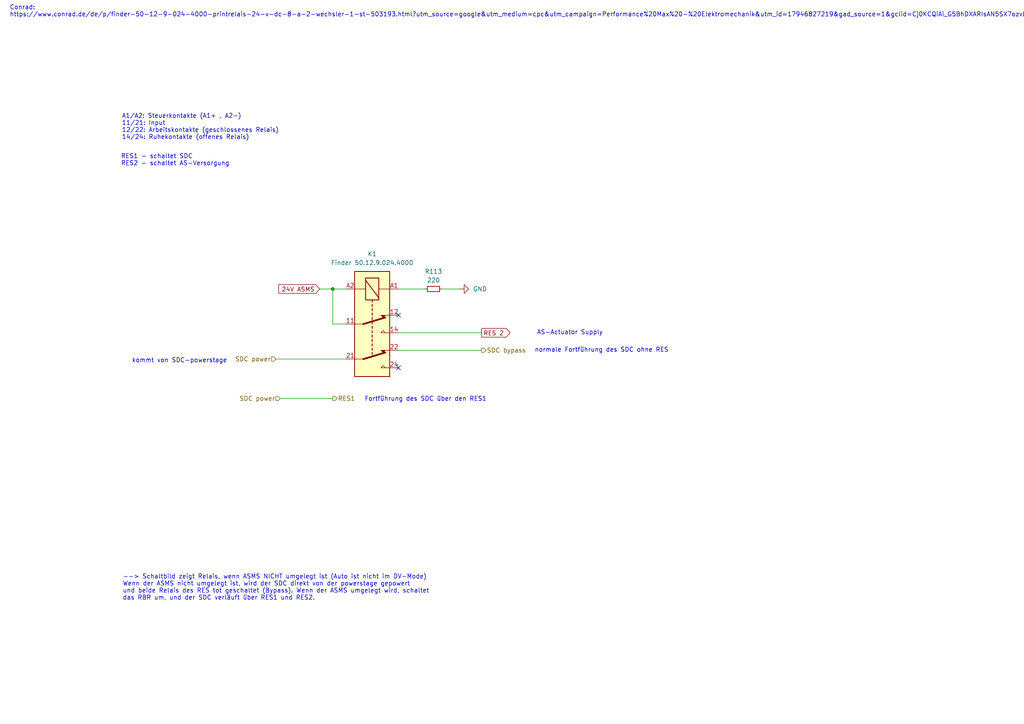
<source format=kicad_sch>
(kicad_sch (version 20231120) (generator "eeschema") (generator_version "8.0")
  (paper "A4")
  (title_block (title "PDU FT25") (date "2024-11-23") (rev "V1.1") (company "Janek Herm") (comment 1 "FaSTTUBe Electronics"))
  (lib_symbols
    (symbol "Device:R_Small" (pin_numbers hide) (pin_names (offset 0.254) hide)
      (property "Reference" "R" (at 0.762 0.508 0))
      (property "Value" "R_Small" (at 0.762 -1.016 0))
      (symbol "R_Small_0_1"
        (rectangle (start -0.762 1.778) (end 0.762 -1.778) (stroke (width 0.2032)))
      )
      (symbol "R_Small_1_1"
        (pin passive line (at 0 2.54 270) (length 0.762) (name "~") (number "1"))
        (pin passive line (at 0 -2.54 90) (length 0.762) (name "~") (number "2"))
      )
    )
    (symbol "Relay:Relay_DPDT"
      (property "Reference" "K" (at 16.51 3.81 0))
      (property "Value" "Relay_DPDT" (at 16.51 1.27 0))
      (symbol "Relay_DPDT_0_1"
        (rectangle (start -15.24 5.08) (end 15.24 -5.08) (stroke (width 0.254)) (fill (type background)))
        (rectangle (start -13.335 1.905) (end -6.985 -1.905) (stroke (width 0.254)))
        (polyline (pts (xy -12.7 -1.905) (xy -7.62 1.905)) (stroke (width 0.254)))
        (polyline (pts (xy -10.16 -5.08) (xy -10.16 -1.905)))
        (polyline (pts (xy -10.16 5.08) (xy -10.16 1.905)))
        (polyline (pts (xy -6.985 0) (xy -6.35 0)) (stroke (width 0.254)))
        (polyline (pts (xy -5.715 0) (xy -5.08 0)) (stroke (width 0.254)))
        (polyline (pts (xy -4.445 0) (xy -3.81 0)) (stroke (width 0.254)))
        (polyline (pts (xy -3.175 0) (xy -2.54 0)) (stroke (width 0.254)))
        (polyline (pts (xy -1.905 0) (xy -1.27 0)) (stroke (width 0.254)))
        (polyline (pts (xy -0.635 0) (xy 0 0)) (stroke (width 0.254)))
        (polyline (pts (xy 0 -2.54) (xy -1.905 3.81)) (stroke (width 0.508)))
        (polyline (pts (xy 0 -2.54) (xy 0 -5.08)))
        (polyline (pts (xy 0.635 0) (xy 1.27 0)) (stroke (width 0.254)))
        (polyline (pts (xy 1.905 0) (xy 2.54 0)) (stroke (width 0.254)))
        (polyline (pts (xy 3.175 0) (xy 3.81 0)) (stroke (width 0.254)))
        (polyline (pts (xy 4.445 0) (xy 5.08 0)) (stroke (width 0.254)))
        (polyline (pts (xy 5.715 0) (xy 6.35 0)) (stroke (width 0.254)))
        (polyline (pts (xy 6.985 0) (xy 7.62 0)) (stroke (width 0.254)))
        (polyline (pts (xy 8.255 0) (xy 8.89 0)) (stroke (width 0.254)))
        (polyline (pts (xy 10.16 -2.54) (xy 8.255 3.81)) (stroke (width 0.508)))
        (polyline (pts (xy 10.16 -2.54) (xy 10.16 -5.08)))
        (polyline (pts (xy -2.54 5.08) (xy -2.54 2.54) (xy -1.905 3.175) (xy -2.54 3.81)) (fill (type outline)))
        (polyline (pts (xy 2.54 5.08) (xy 2.54 2.54) (xy 1.905 3.175) (xy 2.54 3.81)))
        (polyline (pts (xy 7.62 5.08) (xy 7.62 2.54) (xy 8.255 3.175) (xy 7.62 3.81)) (fill (type outline)))
        (polyline (pts (xy 12.7 5.08) (xy 12.7 2.54) (xy 12.065 3.175) (xy 12.7 3.81)))
      )
      (symbol "Relay_DPDT_1_1"
        (pin passive line (at 0 -7.62 90) (length 2.54) (name "~") (number "11"))
        (pin passive line (at -2.54 7.62 270) (length 2.54) (name "~") (number "12"))
        (pin passive line (at 2.54 7.62 270) (length 2.54) (name "~") (number "14"))
        (pin passive line (at 10.16 -7.62 90) (length 2.54) (name "~") (number "21"))
        (pin passive line (at 7.62 7.62 270) (length 2.54) (name "~") (number "22"))
        (pin passive line (at 12.7 7.62 270) (length 2.54) (name "~") (number "24"))
        (pin passive line (at -10.16 7.62 270) (length 2.54) (name "~") (number "A1"))
        (pin passive line (at -10.16 -7.62 90) (length 2.54) (name "~") (number "A2"))
      )
    )
    (symbol "power:GND" (power) (pin_numbers hide) (pin_names (offset 0) hide)
      (property "Value" "GND" (at 0 -3.81 0))
      (symbol "GND_0_1"
        (polyline (pts (xy 0 0) (xy 0 -1.27) (xy 1.27 -1.27) (xy 0 -2.54) (xy -1.27 -1.27) (xy 0 -1.27)))
      )
      (symbol "GND_1_1"
        (pin power_in line (at 0 0 270) (length 0) (name "~") (number "1"))
      )
    )
  )
  (junction (at 96.52 83.82))
  (no_connect (at 115.57 91.44))
  (no_connect (at 115.57 106.68))
  (wire (pts (xy 128.27 83.82) (xy 133.35 83.82)))
  (wire (pts (xy 80.01 104.14) (xy 100.33 104.14)))
  (wire (pts (xy 115.57 101.6) (xy 139.7 101.6)))
  (wire (pts (xy 115.57 83.82) (xy 123.19 83.82)))
  (wire (pts (xy 115.57 96.52) (xy 139.7 96.52)))
  (wire (pts (xy 96.52 83.82) (xy 96.52 93.98)))
  (wire (pts (xy 96.52 83.82) (xy 92.71 83.82)))
  (wire (pts (xy 96.52 93.98) (xy 100.33 93.98)))
  (wire (pts (xy 100.33 83.82) (xy 96.52 83.82)))
  (wire (pts (xy 81.28 115.57) (xy 96.52 115.57)))
  (text "normale Fortführung des SDC ohne RES" (at 174.498 101.6 0) (effects (font (size 1.27 1.27) (thickness 0.1588))))
  (text "--> Schaltbild zeigt Relais, wenn ASMS NICHT umgelegt ist (Auto ist nicht im DV-Mode)\nWenn der ASMS nicht umgelegt ist, wird der SDC direkt von der powerstage gepowert\nund beide Relais des RES tot geschaltet (Bypass). Wenn der ASMS umgelegt wird, schaltet\ndas RBR um, und der SDC verläuft über RES1 und RES2." (at 35.56 170.434 0) (effects (font (size 1.27 1.27)) (justify left)))
  (text "Fortführung des SDC über den RES1" (at 123.444 115.824 0) (effects (font (size 1.27 1.27) (thickness 0.1588))))
  (text "RES1 - schaltet SDC\nRES2 - schaltet AS-Versorgung" (at 35.052 46.482 0) (effects (font (size 1.27 1.27)) (justify left)))
  (text "kommt von SDC-powerstage" (at 52.07 104.648 0) (effects (font (size 1.27 1.27))))
  (text "AS-Actuator Supply" (at 155.702 96.52 0) (effects (font (size 1.27 1.27)) (justify left)))
  (text "A1/A2: Steuerkontakte (A1+ , A2-)\n11/21: Input\n12/22: Arbeitskontakte (geschlossenes Relais)\n14/24: Ruhekontakte (offenes Relais)" (at 35.306 36.83 0) (effects (font (size 1.27 1.27)) (justify left)))
  (text "Conrad:\nhttps://www.conrad.de/de/p/finder-50-12-9-024-4000-printrelais-24-v-dc-8-a-2-wechsler-1-st-503193.html?utm_source=google&utm_medium=cpc&utm_campaign=Performance%20Max%20-%20Elektromechanik&utm_id=17946827219&gad_source=1&gclid=Cj0KCQiAi_G5BhDXARIsAN5SX7ozvbyzbNAUnu7ULPQTyRg7aDxVNaZ2DbTGICJ_7DeLlrEXfXyp2XEaApkXEALw_wcB" (at 2.794 3.302 0) (effects (font (size 1.27 1.27)) (justify left)))
  (global_label "RES 2" (shape output) (at 139.7 96.52 0) (property "Intersheetrefs" "${INTERSHEET_REFS}" (effects (hide yes))))
  (global_label "24V ASMS" (shape input) (at 92.71 83.82 180) (property "Intersheetrefs" "${INTERSHEET_REFS}" (effects (hide yes))))
  (hierarchical_label "SDC power" (shape input) (at 81.28 115.57 180))
  (hierarchical_label "SDC bypass" (shape output) (at 139.7 101.6 0))
  (hierarchical_label "RES1" (shape output) (at 96.52 115.57 0))
  (hierarchical_label "SDC power" (shape input) (at 80.01 104.14 180))
  (symbol (lib_id "Device:R_Small") (at 125.73 83.82 90) (unit 1)
    (property "Reference" "R113" (at 125.73 78.74 90))
    (property "Value" "220" (at 125.73 81.28 90))
    (property "Footprint" "Resistor_SMD:R_0603_1608Metric_Pad0.98x0.95mm_HandSolder" (effects (hide yes)))
    (property "Description" "Resistor, small symbol" (effects (hide yes)))
  )
  (symbol (lib_id "Relay:Relay_DPDT") (at 107.95 93.98 270) (unit 1)
    (property "Reference" "K1" (at 107.95 73.66 90))
    (property "Value" "Finder 50.12.9.024.4000" (at 107.95 76.2 90))
    (property "Footprint" "Relay_THT:Relay_DPDT_Finder_40.52" (effects (hide yes)))
    (property "Datasheet" "https://asset.conrad.com/media10/add/160267/c1/-/de/000503193DS01/datenblatt-503193-finder-501290244000-printrelais-24-vdc-8-a-2-wechsler-1-st.pdf" (effects (hide yes)))
    (property "Description" "24 V/DC 8 A 2 Wechsler" (effects (hide yes)))
  )
  (symbol (lib_id "power:GND") (at 133.35 83.82 90) (unit 1)
    (property "Reference" "#PWR0178" (effects (hide yes)))
    (property "Value" "GND" (at 137.16 83.8199 90) (effects (justify right)))
    (property "Description" "Power symbol creates a global label with name \"GND\" , ground" (effects (hide yes)))
  )
)
</source>
